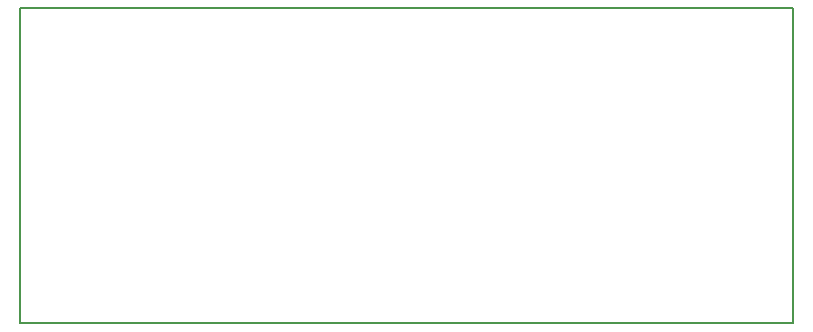
<source format=gm1>
G04 #@! TF.FileFunction,Profile,NP*
%FSLAX46Y46*%
G04 Gerber Fmt 4.6, Leading zero omitted, Abs format (unit mm)*
G04 Created by KiCad (PCBNEW 4.0.4+e1-6308~48~ubuntu15.10.1-stable) date Wed Feb  8 23:39:13 2017*
%MOMM*%
%LPD*%
G01*
G04 APERTURE LIST*
%ADD10C,0.100000*%
%ADD11C,0.150000*%
G04 APERTURE END LIST*
D10*
D11*
X144145000Y-121285000D02*
X144145000Y-94615000D01*
X209550000Y-121285000D02*
X144145000Y-121285000D01*
X209550000Y-94615000D02*
X209550000Y-121285000D01*
X144145000Y-94615000D02*
X209550000Y-94615000D01*
M02*

</source>
